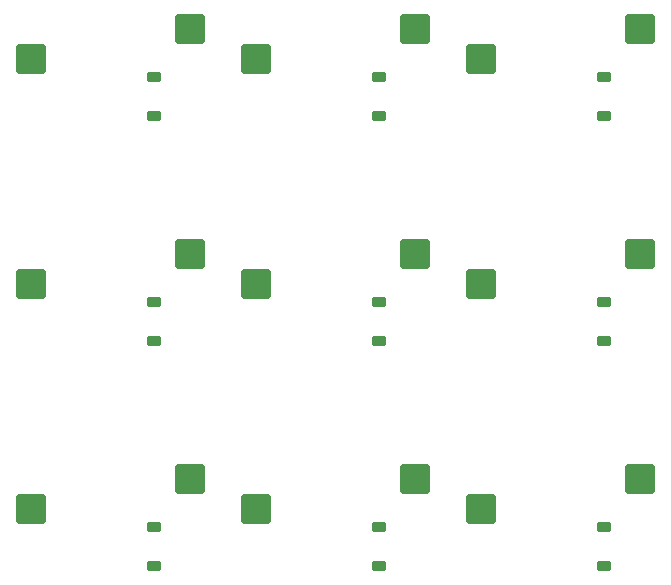
<source format=gbr>
%TF.GenerationSoftware,KiCad,Pcbnew,7.0.10*%
%TF.CreationDate,2024-04-28T13:40:23+05:00*%
%TF.ProjectId,custom_keyboard,63757374-6f6d-45f6-9b65-79626f617264,rev?*%
%TF.SameCoordinates,Original*%
%TF.FileFunction,Paste,Bot*%
%TF.FilePolarity,Positive*%
%FSLAX46Y46*%
G04 Gerber Fmt 4.6, Leading zero omitted, Abs format (unit mm)*
G04 Created by KiCad (PCBNEW 7.0.10) date 2024-04-28 13:40:23*
%MOMM*%
%LPD*%
G01*
G04 APERTURE LIST*
G04 Aperture macros list*
%AMRoundRect*
0 Rectangle with rounded corners*
0 $1 Rounding radius*
0 $2 $3 $4 $5 $6 $7 $8 $9 X,Y pos of 4 corners*
0 Add a 4 corners polygon primitive as box body*
4,1,4,$2,$3,$4,$5,$6,$7,$8,$9,$2,$3,0*
0 Add four circle primitives for the rounded corners*
1,1,$1+$1,$2,$3*
1,1,$1+$1,$4,$5*
1,1,$1+$1,$6,$7*
1,1,$1+$1,$8,$9*
0 Add four rect primitives between the rounded corners*
20,1,$1+$1,$2,$3,$4,$5,0*
20,1,$1+$1,$4,$5,$6,$7,0*
20,1,$1+$1,$6,$7,$8,$9,0*
20,1,$1+$1,$8,$9,$2,$3,0*%
G04 Aperture macros list end*
%ADD10RoundRect,0.250000X1.025000X1.000000X-1.025000X1.000000X-1.025000X-1.000000X1.025000X-1.000000X0*%
%ADD11RoundRect,0.225000X0.375000X-0.225000X0.375000X0.225000X-0.375000X0.225000X-0.375000X-0.225000X0*%
G04 APERTURE END LIST*
D10*
%TO.C,MX1*%
X19627500Y-68897500D03*
X33077500Y-66357500D03*
%TD*%
%TO.C,MX2*%
X38677500Y-68897500D03*
X52127500Y-66357500D03*
%TD*%
D11*
%TO.C,D3*%
X68167500Y-73737500D03*
X68167500Y-70437500D03*
%TD*%
%TO.C,D4*%
X30067500Y-92787500D03*
X30067500Y-89487500D03*
%TD*%
%TO.C,D8*%
X49117500Y-111837500D03*
X49117500Y-108537500D03*
%TD*%
%TO.C,D1*%
X30067500Y-73737500D03*
X30067500Y-70437500D03*
%TD*%
%TO.C,D6*%
X68167500Y-92787500D03*
X68167500Y-89487500D03*
%TD*%
D10*
%TO.C,MX5*%
X38677500Y-87947500D03*
X52127500Y-85407500D03*
%TD*%
D11*
%TO.C,D2*%
X49117500Y-73737500D03*
X49117500Y-70437500D03*
%TD*%
%TO.C,D5*%
X49117500Y-92787500D03*
X49117500Y-89487500D03*
%TD*%
D10*
%TO.C,MX4*%
X19627500Y-87947500D03*
X33077500Y-85407500D03*
%TD*%
D11*
%TO.C,D7*%
X30067500Y-111837500D03*
X30067500Y-108537500D03*
%TD*%
D10*
%TO.C,MX7*%
X19627500Y-106997500D03*
X33077500Y-104457500D03*
%TD*%
D11*
%TO.C,D9*%
X68167500Y-111837500D03*
X68167500Y-108537500D03*
%TD*%
D10*
%TO.C,MX9*%
X57727500Y-106997500D03*
X71177500Y-104457500D03*
%TD*%
%TO.C,MX6*%
X57727500Y-87947500D03*
X71177500Y-85407500D03*
%TD*%
%TO.C,MX8*%
X38677500Y-106997500D03*
X52127500Y-104457500D03*
%TD*%
%TO.C,MX3*%
X57727500Y-68897500D03*
X71177500Y-66357500D03*
%TD*%
M02*

</source>
